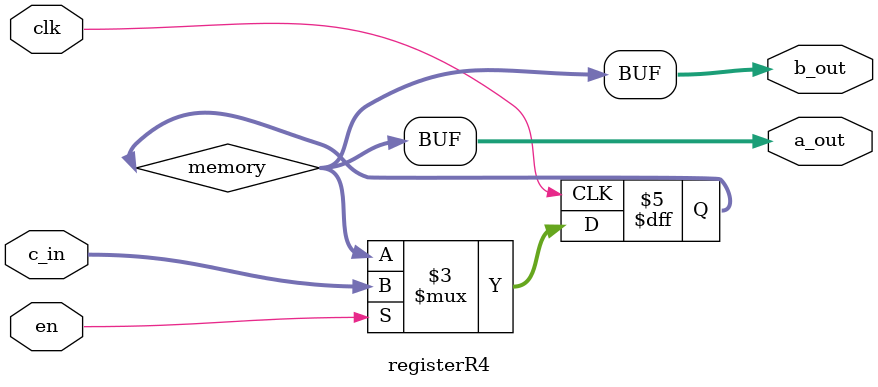
<source format=v>
module registerR4(clk,en,c_in,a_out,b_out);
	input clk, en;
	input [15:0] c_in;
	output [15:0] a_out, b_out;
	reg [15:0] memory;
	//reg [15:0] a_out, b_out;
	always@(posedge clk)
		begin
			if (en)
				//a_out <= c_in;
				//b_out <= c_in;
				memory =c_in;
		end

	assign a_out = memory;
	assign b_out = memory;
endmodule 
</source>
